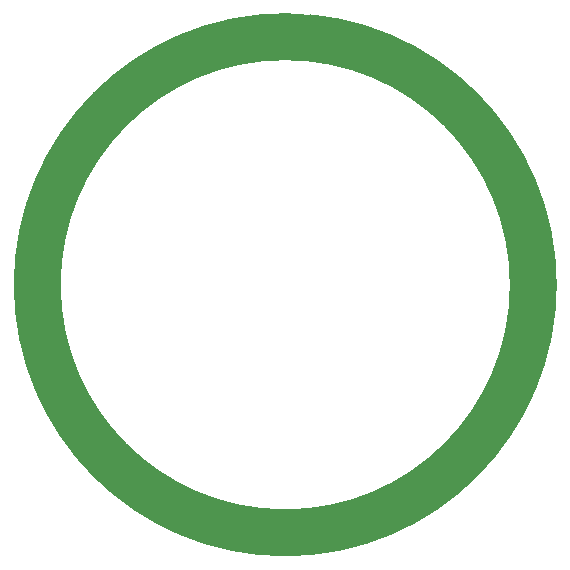
<source format=gbr>
G04 #@! TF.GenerationSoftware,KiCad,Pcbnew,(5.1.5-0-10_14)*
G04 #@! TF.CreationDate,2020-02-03T08:52:09-05:00*
G04 #@! TF.ProjectId,indexingWheel,696e6465-7869-46e6-9757-6865656c2e6b,rev?*
G04 #@! TF.SameCoordinates,Original*
G04 #@! TF.FileFunction,Soldermask,Bot*
G04 #@! TF.FilePolarity,Negative*
%FSLAX46Y46*%
G04 Gerber Fmt 4.6, Leading zero omitted, Abs format (unit mm)*
G04 Created by KiCad (PCBNEW (5.1.5-0-10_14)) date 2020-02-03 08:52:09*
%MOMM*%
%LPD*%
G04 APERTURE LIST*
%ADD10C,4.000000*%
G04 APERTURE END LIST*
D10*
X179197000Y-101092000D02*
G75*
G03X179197000Y-101092000I-21001515J0D01*
G01*
M02*

</source>
